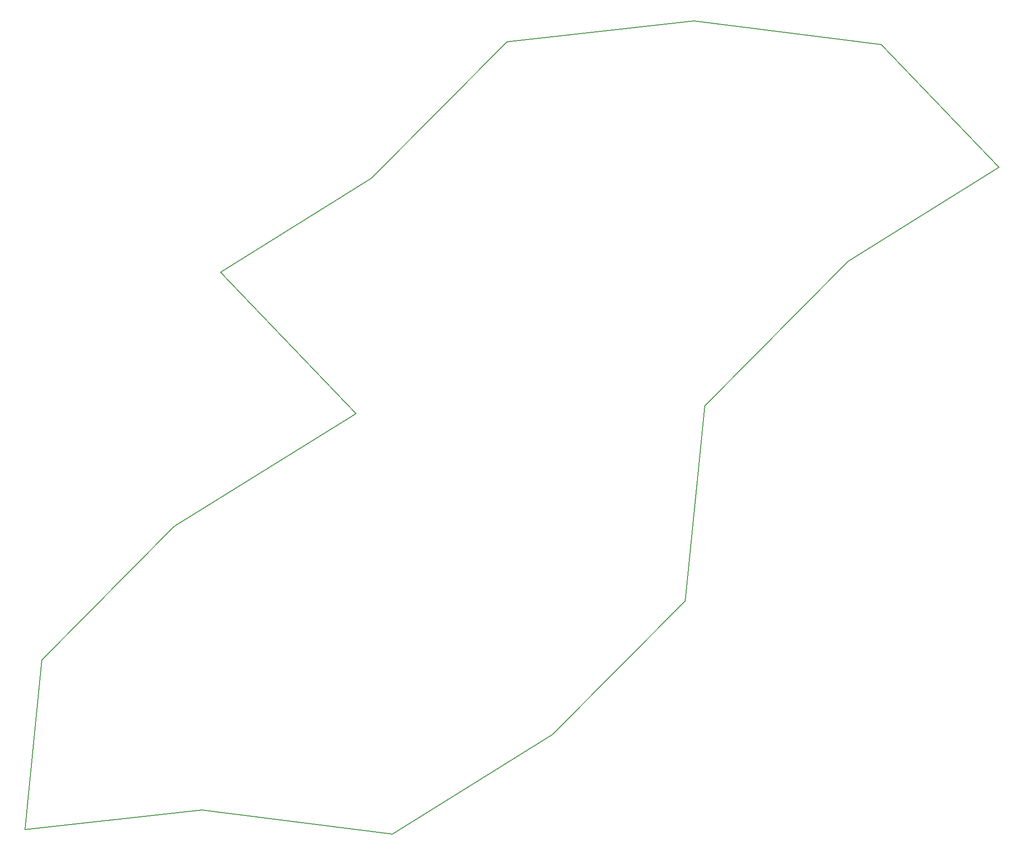
<source format=gbr>
%TF.GenerationSoftware,KiCad,Pcbnew,(6.0.1)*%
%TF.CreationDate,2022-03-18T19:46:04+01:00*%
%TF.ProjectId,pcb_v1,7063625f-7631-42e6-9b69-6361645f7063,v1*%
%TF.SameCoordinates,Original*%
%TF.FileFunction,Profile,NP*%
%FSLAX46Y46*%
G04 Gerber Fmt 4.6, Leading zero omitted, Abs format (unit mm)*
G04 Created by KiCad (PCBNEW (6.0.1)) date 2022-03-18 19:46:04*
%MOMM*%
%LPD*%
G01*
G04 APERTURE LIST*
%TA.AperFunction,Profile*%
%ADD10C,0.200000*%
%TD*%
G04 APERTURE END LIST*
D10*
X131363189Y-179318496D02*
X161166946Y-160809345D01*
X189462846Y-99549320D02*
X216130178Y-72595420D01*
X187500000Y-27847506D02*
X152628745Y-31701046D01*
X185841721Y-135869257D02*
X189462846Y-99549320D01*
X244290744Y-55106368D02*
X222310120Y-32218980D01*
X124577413Y-100959121D02*
X90724052Y-121983296D01*
X66049481Y-146923573D02*
X62901540Y-178500000D01*
X62901540Y-178500000D02*
X95850371Y-174858436D01*
X99294977Y-74633306D02*
X124577413Y-100959121D01*
X161166946Y-160809345D02*
X185841721Y-135869257D01*
X152628745Y-31701046D02*
X127455685Y-57144467D01*
X127455685Y-57144467D02*
X99294977Y-74633306D01*
X95850371Y-174858436D02*
X131363189Y-179318496D01*
X222310120Y-32218980D02*
X187500000Y-27847506D01*
X216130178Y-72595420D02*
X244290744Y-55106368D01*
X90724052Y-121983296D02*
X66049481Y-146923573D01*
M02*

</source>
